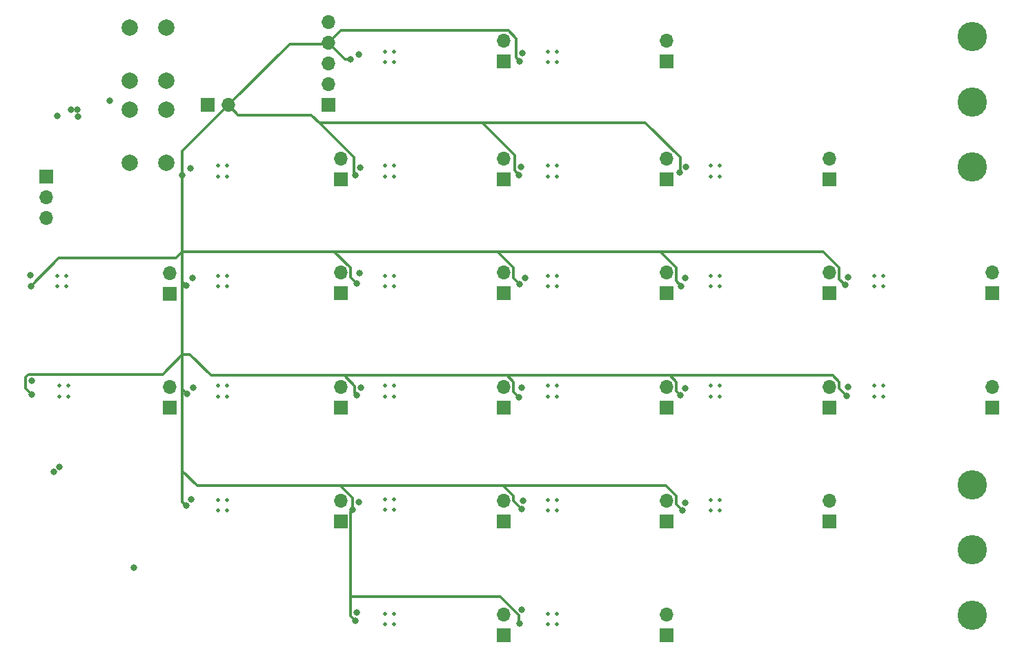
<source format=gbr>
%TF.GenerationSoftware,KiCad,Pcbnew,5.1.10-88a1d61d58~90~ubuntu20.04.1*%
%TF.CreationDate,2021-12-30T14:19:47+01:00*%
%TF.ProjectId,MTSM340UV2-F5120S-current-driver,4d54534d-3334-4305-9556-322d46353132,rev?*%
%TF.SameCoordinates,Original*%
%TF.FileFunction,Copper,L3,Inr*%
%TF.FilePolarity,Positive*%
%FSLAX46Y46*%
G04 Gerber Fmt 4.6, Leading zero omitted, Abs format (unit mm)*
G04 Created by KiCad (PCBNEW 5.1.10-88a1d61d58~90~ubuntu20.04.1) date 2021-12-30 14:19:47*
%MOMM*%
%LPD*%
G01*
G04 APERTURE LIST*
%TA.AperFunction,ComponentPad*%
%ADD10R,1.700000X1.700000*%
%TD*%
%TA.AperFunction,ComponentPad*%
%ADD11O,1.700000X1.700000*%
%TD*%
%TA.AperFunction,ComponentPad*%
%ADD12C,2.000000*%
%TD*%
%TA.AperFunction,ComponentPad*%
%ADD13C,0.500000*%
%TD*%
%TA.AperFunction,ComponentPad*%
%ADD14C,3.600000*%
%TD*%
%TA.AperFunction,ViaPad*%
%ADD15C,0.800000*%
%TD*%
%TA.AperFunction,Conductor*%
%ADD16C,0.300000*%
%TD*%
G04 APERTURE END LIST*
D10*
%TO.N,+12V*%
%TO.C,J1*%
X66000000Y-115540000D03*
D11*
%TO.N,/LM3407-current-controller/LED-*%
X66000000Y-113000000D03*
%TD*%
%TO.N,/sheet61CCCCC4/LED-*%
%TO.C,J2*%
X66000000Y-126960000D03*
D10*
%TO.N,+12V*%
X66000000Y-129500000D03*
%TD*%
%TO.N,+12V*%
%TO.C,J3*%
X87000000Y-101500000D03*
D11*
%TO.N,/sheet61CCCDBA/LED-*%
X87000000Y-98960000D03*
%TD*%
%TO.N,/sheet61CCCDC0/LED-*%
%TO.C,J4*%
X87000000Y-112960000D03*
D10*
%TO.N,+12V*%
X87000000Y-115500000D03*
%TD*%
%TO.N,+12V*%
%TO.C,J5*%
X87000000Y-129500000D03*
D11*
%TO.N,/sheet61CCCFC4/LED-*%
X87000000Y-126960000D03*
%TD*%
%TO.N,/sheet61CCCFCA/LED-*%
%TO.C,J6*%
X87000000Y-140960000D03*
D10*
%TO.N,+12V*%
X87000000Y-143500000D03*
%TD*%
%TO.N,+12V*%
%TO.C,J7*%
X107000000Y-87000000D03*
D11*
%TO.N,/sheet61CCCFD0/LED-*%
X107000000Y-84460000D03*
%TD*%
%TO.N,/sheet61CCCFD6/LED-*%
%TO.C,J8*%
X107000000Y-98960000D03*
D10*
%TO.N,+12V*%
X107000000Y-101500000D03*
%TD*%
D11*
%TO.N,ENABLE*%
%TO.C,J9*%
X73240000Y-92400000D03*
D10*
%TO.N,GND*%
X70700000Y-92400000D03*
%TD*%
%TO.N,+12V*%
%TO.C,J10*%
X107000000Y-115500000D03*
D11*
%TO.N,/sheet61CCD8EC/LED-*%
X107000000Y-112960000D03*
%TD*%
%TO.N,/sheet61CCD8F2/LED-*%
%TO.C,J11*%
X107000000Y-126960000D03*
D10*
%TO.N,+12V*%
X107000000Y-129500000D03*
%TD*%
%TO.N,+12V*%
%TO.C,J12*%
X107000000Y-143500000D03*
D11*
%TO.N,/sheet61CCD8F8/LED-*%
X107000000Y-140960000D03*
%TD*%
%TO.N,/sheet61CCD8FE/LED-*%
%TO.C,J13*%
X107000000Y-154960000D03*
D10*
%TO.N,+12V*%
X107000000Y-157500000D03*
%TD*%
%TO.N,+12V*%
%TO.C,J14*%
X127000000Y-87000000D03*
D11*
%TO.N,/sheet61CCD904/LED-*%
X127000000Y-84460000D03*
%TD*%
D10*
%TO.N,+12V*%
%TO.C,J15*%
X127000000Y-101500000D03*
D11*
%TO.N,/sheet61CCD90A/LED-*%
X127000000Y-98960000D03*
%TD*%
D10*
%TO.N,+12V*%
%TO.C,J16*%
X127000000Y-115500000D03*
D11*
%TO.N,/sheet61CCD910/LED-*%
X127000000Y-112960000D03*
%TD*%
%TO.N,/sheet61CCD916/LED-*%
%TO.C,J17*%
X127000000Y-126960000D03*
D10*
%TO.N,+12V*%
X127000000Y-129500000D03*
%TD*%
%TO.N,+12V*%
%TO.C,J18*%
X127000000Y-143500000D03*
D11*
%TO.N,/sheet61CCE2A4/LED-*%
X127000000Y-140960000D03*
%TD*%
%TO.N,/sheet61CCE2AA/LED-*%
%TO.C,J19*%
X127000000Y-154960000D03*
D10*
%TO.N,+12V*%
X127000000Y-157500000D03*
%TD*%
%TO.N,+12V*%
%TO.C,J20*%
X147000000Y-101500000D03*
D11*
%TO.N,/sheet61CCE2B0/LED-*%
X147000000Y-98960000D03*
%TD*%
%TO.N,/sheet61CCE2B6/LED-*%
%TO.C,J21*%
X147000000Y-112960000D03*
D10*
%TO.N,+12V*%
X147000000Y-115500000D03*
%TD*%
%TO.N,+12V*%
%TO.C,J22*%
X147000000Y-129500000D03*
D11*
%TO.N,/sheet61CCE2BC/LED-*%
X147000000Y-126960000D03*
%TD*%
%TO.N,/sheet61CCE2C2/LED-*%
%TO.C,J23*%
X147000000Y-140960000D03*
D10*
%TO.N,+12V*%
X147000000Y-143500000D03*
%TD*%
%TO.N,+12V*%
%TO.C,J24*%
X167000000Y-115500000D03*
D11*
%TO.N,/sheet61CCE2C8/LED-*%
X167000000Y-112960000D03*
%TD*%
%TO.N,/sheet61CCE2CE/LED-*%
%TO.C,J25*%
X167000000Y-126960000D03*
D10*
%TO.N,+12V*%
X167000000Y-129500000D03*
%TD*%
D12*
%TO.N,GND*%
%TO.C,SW1*%
X65600000Y-89400000D03*
%TO.N,Net-(J26-Pad3)*%
X61100000Y-89400000D03*
%TO.N,GND*%
X65600000Y-82900000D03*
%TO.N,Net-(J26-Pad3)*%
X61100000Y-82900000D03*
%TD*%
%TO.N,Net-(J26-Pad4)*%
%TO.C,SW2*%
X61100000Y-93000000D03*
%TO.N,GND*%
X65600000Y-93000000D03*
%TO.N,Net-(J26-Pad4)*%
X61100000Y-99500000D03*
%TO.N,GND*%
X65600000Y-99500000D03*
%TD*%
D13*
%TO.N,GND*%
%TO.C,U1*%
X52234000Y-113350000D03*
X53334000Y-113350000D03*
X52234000Y-114650000D03*
X53334000Y-114650000D03*
%TD*%
%TO.N,GND*%
%TO.C,U2*%
X52450000Y-126850000D03*
X53550000Y-126850000D03*
X52450000Y-128150000D03*
X53550000Y-128150000D03*
%TD*%
%TO.N,GND*%
%TO.C,U3*%
X73050000Y-101150000D03*
X71950000Y-101150000D03*
X73050000Y-99850000D03*
X71950000Y-99850000D03*
%TD*%
%TO.N,GND*%
%TO.C,U4*%
X71950000Y-113350000D03*
X73050000Y-113350000D03*
X71950000Y-114650000D03*
X73050000Y-114650000D03*
%TD*%
%TO.N,GND*%
%TO.C,U5*%
X73050000Y-128150000D03*
X71950000Y-128150000D03*
X73050000Y-126850000D03*
X71950000Y-126850000D03*
%TD*%
%TO.N,GND*%
%TO.C,U6*%
X71950000Y-140850000D03*
X73050000Y-140850000D03*
X71950000Y-142150000D03*
X73050000Y-142150000D03*
%TD*%
%TO.N,GND*%
%TO.C,U7*%
X92450000Y-85850000D03*
X93550000Y-85850000D03*
X92450000Y-87150000D03*
X93550000Y-87150000D03*
%TD*%
%TO.N,GND*%
%TO.C,U8*%
X92450000Y-99850000D03*
X93550000Y-99850000D03*
X92450000Y-101150000D03*
X93550000Y-101150000D03*
%TD*%
%TO.N,GND*%
%TO.C,U9*%
X93550000Y-114650000D03*
X92450000Y-114650000D03*
X93550000Y-113350000D03*
X92450000Y-113350000D03*
%TD*%
%TO.N,GND*%
%TO.C,U10*%
X92450000Y-126850000D03*
X93550000Y-126850000D03*
X92450000Y-128150000D03*
X93550000Y-128150000D03*
%TD*%
%TO.N,GND*%
%TO.C,U11*%
X93550000Y-142110000D03*
X92450000Y-142110000D03*
X93550000Y-140810000D03*
X92450000Y-140810000D03*
%TD*%
%TO.N,GND*%
%TO.C,U12*%
X92450000Y-154850000D03*
X93550000Y-154850000D03*
X92450000Y-156150000D03*
X93550000Y-156150000D03*
%TD*%
%TO.N,GND*%
%TO.C,U13*%
X113550000Y-87150000D03*
X112450000Y-87150000D03*
X113550000Y-85850000D03*
X112450000Y-85850000D03*
%TD*%
%TO.N,GND*%
%TO.C,U14*%
X113550000Y-101150000D03*
X112450000Y-101150000D03*
X113550000Y-99850000D03*
X112450000Y-99850000D03*
%TD*%
%TO.N,GND*%
%TO.C,U15*%
X113550000Y-114650000D03*
X112450000Y-114650000D03*
X113550000Y-113350000D03*
X112450000Y-113350000D03*
%TD*%
%TO.N,GND*%
%TO.C,U16*%
X113550000Y-128150000D03*
X112450000Y-128150000D03*
X113550000Y-126850000D03*
X112450000Y-126850000D03*
%TD*%
%TO.N,GND*%
%TO.C,U17*%
X112450000Y-140850000D03*
X113550000Y-140850000D03*
X112450000Y-142150000D03*
X113550000Y-142150000D03*
%TD*%
%TO.N,GND*%
%TO.C,U18*%
X113550000Y-156150000D03*
X112450000Y-156150000D03*
X113550000Y-154850000D03*
X112450000Y-154850000D03*
%TD*%
%TO.N,GND*%
%TO.C,U19*%
X133550000Y-101150000D03*
X132450000Y-101150000D03*
X133550000Y-99850000D03*
X132450000Y-99850000D03*
%TD*%
%TO.N,GND*%
%TO.C,U20*%
X133550000Y-114650000D03*
X132450000Y-114650000D03*
X133550000Y-113350000D03*
X132450000Y-113350000D03*
%TD*%
%TO.N,GND*%
%TO.C,U21*%
X132450000Y-126850000D03*
X133550000Y-126850000D03*
X132450000Y-128150000D03*
X133550000Y-128150000D03*
%TD*%
%TO.N,GND*%
%TO.C,U22*%
X132450000Y-140850000D03*
X133550000Y-140850000D03*
X132450000Y-142150000D03*
X133550000Y-142150000D03*
%TD*%
%TO.N,GND*%
%TO.C,U23*%
X152450000Y-113350000D03*
X153550000Y-113350000D03*
X152450000Y-114650000D03*
X153550000Y-114650000D03*
%TD*%
%TO.N,GND*%
%TO.C,U24*%
X153550000Y-128150000D03*
X152450000Y-128150000D03*
X153550000Y-126850000D03*
X152450000Y-126850000D03*
%TD*%
D14*
%TO.N,+12V*%
%TO.C,H1*%
X164500000Y-147000000D03*
%TD*%
%TO.N,+12V*%
%TO.C,H2*%
X164500000Y-139000000D03*
%TD*%
%TO.N,+12V*%
%TO.C,H3*%
X164500000Y-155000000D03*
%TD*%
%TO.N,GND*%
%TO.C,H4*%
X164500000Y-84000000D03*
%TD*%
%TO.N,GND*%
%TO.C,H5*%
X164500000Y-100000000D03*
%TD*%
%TO.N,GND*%
%TO.C,H6*%
X164500000Y-92000000D03*
%TD*%
D10*
%TO.N,GND*%
%TO.C,J27*%
X85500000Y-92400000D03*
D11*
%TO.N,+5V*%
X85500000Y-89860000D03*
%TO.N,+12V*%
X85500000Y-87320000D03*
%TO.N,ENABLE*%
X85500000Y-84780000D03*
%TO.N,PWM*%
X85500000Y-82240000D03*
%TD*%
D10*
%TO.N,GND*%
%TO.C,J28*%
X50900000Y-101200000D03*
D11*
%TO.N,TX*%
X50900000Y-103740000D03*
%TO.N,RX*%
X50900000Y-106280000D03*
%TD*%
D15*
%TO.N,+12V*%
X61600000Y-149200000D03*
%TO.N,GND*%
X52200000Y-93700000D03*
%TO.N,+5V*%
X52500000Y-136800000D03*
X53900000Y-93000000D03*
X54694999Y-93005001D03*
X54750000Y-93850000D03*
X51850000Y-137450000D03*
%TO.N,ENABLE*%
X88200000Y-86800000D03*
X109000000Y-87000000D03*
X67600000Y-101000000D03*
X88800000Y-101000000D03*
X108883070Y-100976189D03*
X128631777Y-100640186D03*
X49000000Y-114600000D03*
X68050000Y-114513814D03*
X89000000Y-114300000D03*
X108949208Y-114359258D03*
X128800000Y-114600000D03*
X148900000Y-114500000D03*
X49100000Y-127900000D03*
X89000000Y-128000000D03*
X108900000Y-128300000D03*
X128700000Y-128000000D03*
X149100000Y-128100000D03*
X68049208Y-141559258D03*
X88450000Y-142093886D03*
X109183070Y-141976189D03*
X128906080Y-142119147D03*
X88800000Y-155700000D03*
X108959814Y-156068223D03*
X68150000Y-127807108D03*
%TO.N,PWM*%
X58700000Y-91900000D03*
X68600000Y-100200000D03*
X68800000Y-113600000D03*
X68900000Y-127100000D03*
X89200000Y-141100000D03*
X89500000Y-127100000D03*
X89200000Y-86200000D03*
X109300000Y-86000000D03*
X89400000Y-100100000D03*
X109100000Y-100000000D03*
X129400000Y-100000000D03*
X89300000Y-113000000D03*
X109600000Y-113600000D03*
X129300000Y-113600000D03*
X149300000Y-113500000D03*
X109200000Y-127100000D03*
X129300000Y-127200000D03*
X149300000Y-127000000D03*
X109400000Y-141000000D03*
X129300000Y-141200000D03*
X48900000Y-113300000D03*
X49100000Y-126200000D03*
X68700000Y-140800000D03*
X89000000Y-154700000D03*
X109238332Y-154361668D03*
%TD*%
D16*
%TO.N,ENABLE*%
X73240000Y-92400000D02*
X80740000Y-84900000D01*
X85380000Y-84900000D02*
X85500000Y-84780000D01*
X80740000Y-84900000D02*
X85380000Y-84900000D01*
X87520000Y-86800000D02*
X88200000Y-86800000D01*
X85500000Y-84780000D02*
X87520000Y-86800000D01*
X108549999Y-84233997D02*
X108549999Y-86549999D01*
X107576001Y-83259999D02*
X108549999Y-84233997D01*
X87020001Y-83259999D02*
X107576001Y-83259999D01*
X85500000Y-84780000D02*
X87020001Y-83259999D01*
X108549999Y-86549999D02*
X109000000Y-87000000D01*
X67600000Y-98040000D02*
X67600000Y-101000000D01*
X73240000Y-92400000D02*
X67600000Y-98040000D01*
X88649999Y-98833997D02*
X88649999Y-100849999D01*
X74440001Y-93600001D02*
X83416003Y-93600001D01*
X88649999Y-100849999D02*
X88800000Y-101000000D01*
X73240000Y-92400000D02*
X74440001Y-93600001D01*
X108349999Y-100443118D02*
X108883070Y-100976189D01*
X108349999Y-98533997D02*
X108349999Y-100443118D01*
X104408001Y-94591999D02*
X108349999Y-98533997D01*
X84408001Y-94591999D02*
X104408001Y-94591999D01*
X83416003Y-93600001D02*
X84408001Y-94591999D01*
X84408001Y-94591999D02*
X88649999Y-98833997D01*
X128649999Y-100621964D02*
X128631777Y-100640186D01*
X128649999Y-98833997D02*
X128649999Y-100621964D01*
X124408001Y-94591999D02*
X128649999Y-98833997D01*
X104408001Y-94591999D02*
X124408001Y-94591999D01*
X67600000Y-101000000D02*
X67600000Y-110400000D01*
X67600000Y-110400000D02*
X66800000Y-111200000D01*
X52400000Y-111200000D02*
X49000000Y-114600000D01*
X66800000Y-111200000D02*
X52400000Y-111200000D01*
X67600000Y-114063814D02*
X68050000Y-114513814D01*
X67600000Y-110400000D02*
X67600000Y-114063814D01*
X88200001Y-113500001D02*
X89000000Y-114300000D01*
X88200001Y-112383999D02*
X88200001Y-113500001D01*
X86216002Y-110400000D02*
X88200001Y-112383999D01*
X67600000Y-110400000D02*
X86216002Y-110400000D01*
X108200001Y-113610051D02*
X108949208Y-114359258D01*
X108200001Y-112383999D02*
X108200001Y-113610051D01*
X106216002Y-110400000D02*
X108200001Y-112383999D01*
X86216002Y-110400000D02*
X106216002Y-110400000D01*
X128200001Y-114000001D02*
X128800000Y-114600000D01*
X128200001Y-112383999D02*
X128200001Y-114000001D01*
X126216002Y-110400000D02*
X128200001Y-112383999D01*
X106216002Y-110400000D02*
X126216002Y-110400000D01*
X148200001Y-112383999D02*
X148200001Y-113800001D01*
X146216002Y-110400000D02*
X148200001Y-112383999D01*
X148200001Y-113800001D02*
X148900000Y-114500000D01*
X126216002Y-110400000D02*
X146216002Y-110400000D01*
X67600000Y-114063814D02*
X67600000Y-123000000D01*
X48600000Y-125589998D02*
X48600000Y-125600000D01*
X48739999Y-125449999D02*
X48600000Y-125589998D01*
X65150001Y-125449999D02*
X48739999Y-125449999D01*
X67600000Y-123000000D02*
X65150001Y-125449999D01*
X48349999Y-127149999D02*
X49100000Y-127900000D01*
X48349999Y-125839999D02*
X48349999Y-127149999D01*
X48600000Y-125589998D02*
X48349999Y-125839999D01*
X68500000Y-123000000D02*
X71100000Y-125600000D01*
X67600000Y-123000000D02*
X68500000Y-123000000D01*
X88749999Y-127749999D02*
X89000000Y-128000000D01*
X88749999Y-126933997D02*
X88749999Y-127749999D01*
X87416002Y-125600000D02*
X88749999Y-126933997D01*
X71100000Y-125600000D02*
X87416002Y-125600000D01*
X108200001Y-127600001D02*
X108900000Y-128300000D01*
X108200001Y-126383999D02*
X108200001Y-127600001D01*
X107416002Y-125600000D02*
X108200001Y-126383999D01*
X87416002Y-125600000D02*
X107416002Y-125600000D01*
X128200001Y-127500001D02*
X128700000Y-128000000D01*
X128200001Y-126383999D02*
X128200001Y-127500001D01*
X127416002Y-125600000D02*
X128200001Y-126383999D01*
X148200001Y-127200001D02*
X149100000Y-128100000D01*
X148200001Y-126383999D02*
X148200001Y-127200001D01*
X147416002Y-125600000D02*
X148200001Y-126383999D01*
X127200000Y-125600000D02*
X147416002Y-125600000D01*
X107416002Y-125600000D02*
X127200000Y-125600000D01*
X127200000Y-125600000D02*
X127416002Y-125600000D01*
X67600000Y-141110050D02*
X68049208Y-141559258D01*
X67600000Y-137100000D02*
X67600000Y-137300000D01*
X67600000Y-137100000D02*
X67600000Y-141110050D01*
X67600000Y-137300000D02*
X69400000Y-139100000D01*
X88450000Y-140633998D02*
X88450000Y-142093886D01*
X86916002Y-139100000D02*
X88450000Y-140633998D01*
X108200001Y-140993120D02*
X109183070Y-141976189D01*
X108200001Y-140383999D02*
X108200001Y-140993120D01*
X106916002Y-139100000D02*
X108200001Y-140383999D01*
X86916002Y-139100000D02*
X106916002Y-139100000D01*
X128200001Y-141413068D02*
X128906080Y-142119147D01*
X128200001Y-140383999D02*
X128200001Y-141413068D01*
X126916002Y-139100000D02*
X128200001Y-140383999D01*
X106916002Y-139100000D02*
X126916002Y-139100000D01*
X69400000Y-139100000D02*
X86916002Y-139100000D01*
X88249999Y-155149999D02*
X88800000Y-155700000D01*
X88450000Y-142093886D02*
X88249999Y-142293887D01*
X108849999Y-155958408D02*
X108959814Y-156068223D01*
X108849999Y-155033997D02*
X108849999Y-155958408D01*
X106566001Y-152749999D02*
X108849999Y-155033997D01*
X88249999Y-152749999D02*
X106566001Y-152749999D01*
X88249999Y-142293887D02*
X88249999Y-152749999D01*
X88249999Y-152749999D02*
X88249999Y-155149999D01*
X67600000Y-127257108D02*
X68150000Y-127807108D01*
X67600000Y-126600000D02*
X67600000Y-127257108D01*
X67600000Y-123000000D02*
X67600000Y-126600000D01*
X67600000Y-126600000D02*
X67600000Y-137100000D01*
%TD*%
M02*

</source>
